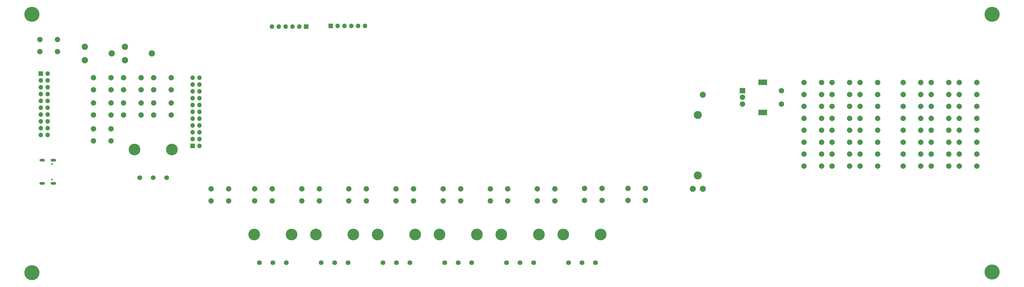
<source format=gbr>
%TF.GenerationSoftware,KiCad,Pcbnew,(5.1.10)-1*%
%TF.CreationDate,2021-10-29T18:14:56+02:00*%
%TF.ProjectId,xfm2-ui-board,78666d32-2d75-4692-9d62-6f6172642e6b,rev?*%
%TF.SameCoordinates,Original*%
%TF.FileFunction,Soldermask,Bot*%
%TF.FilePolarity,Negative*%
%FSLAX46Y46*%
G04 Gerber Fmt 4.6, Leading zero omitted, Abs format (unit mm)*
G04 Created by KiCad (PCBNEW (5.1.10)-1) date 2021-10-29 18:14:56*
%MOMM*%
%LPD*%
G01*
G04 APERTURE LIST*
%ADD10C,5.600000*%
%ADD11C,3.600000*%
%ADD12R,1.700000X1.700000*%
%ADD13O,1.700000X1.700000*%
%ADD14C,2.000000*%
%ADD15O,2.000000X1.000000*%
%ADD16O,2.100000X1.050000*%
%ADD17C,0.650000*%
%ADD18C,4.350000*%
%ADD19C,1.800000*%
%ADD20C,2.340000*%
%ADD21C,2.250000*%
%ADD22C,3.000000*%
%ADD23R,2.000000X2.000000*%
%ADD24R,3.200000X2.000000*%
G04 APERTURE END LIST*
D10*
%TO.C,REF\u002A\u002A*%
X11176000Y-133604000D03*
D11*
X11176000Y-133604000D03*
%TD*%
D10*
%TO.C,REF\u002A\u002A*%
X367792000Y-37338000D03*
D11*
X367792000Y-37338000D03*
%TD*%
D10*
%TO.C,REF\u002A\u002A*%
X367792000Y-133350000D03*
D11*
X367792000Y-133350000D03*
%TD*%
D10*
%TO.C,REF\u002A\u002A*%
X11176000Y-37338000D03*
D11*
X11176000Y-37338000D03*
%TD*%
D12*
%TO.C,J5*%
X113030000Y-41910000D03*
D13*
X110490000Y-41910000D03*
X107950000Y-41910000D03*
X105410000Y-41910000D03*
X102870000Y-41910000D03*
X100330000Y-41910000D03*
%TD*%
D14*
%TO.C,SW3*%
X187904378Y-102362000D03*
X187904378Y-106862000D03*
X181404378Y-102362000D03*
X181404378Y-106862000D03*
%TD*%
%TO.C,SW10*%
X198906187Y-106862000D03*
X198906187Y-102362000D03*
X205406187Y-106862000D03*
X205406187Y-102362000D03*
%TD*%
%TO.C,SW1*%
X14160500Y-51236000D03*
X14160500Y-46736000D03*
X20660500Y-51236000D03*
X20660500Y-46736000D03*
%TD*%
%TO.C,SW6*%
X341272000Y-62738000D03*
X341272000Y-67238000D03*
X334772000Y-62738000D03*
X334772000Y-67238000D03*
%TD*%
D12*
%TO.C,J2*%
X122174000Y-41656000D03*
D13*
X124714000Y-41656000D03*
X127254000Y-41656000D03*
X129794000Y-41656000D03*
X132334000Y-41656000D03*
X134874000Y-41656000D03*
%TD*%
D14*
%TO.C,SW9*%
X93895333Y-106862000D03*
X93895333Y-102362000D03*
X100395333Y-106862000D03*
X100395333Y-102362000D03*
%TD*%
D12*
%TO.C,J1*%
X14478000Y-59436000D03*
D13*
X17018000Y-59436000D03*
X14478000Y-61976000D03*
X17018000Y-61976000D03*
X14478000Y-64516000D03*
X17018000Y-64516000D03*
X14478000Y-67056000D03*
X17018000Y-67056000D03*
X14478000Y-69596000D03*
X17018000Y-69596000D03*
X14478000Y-72136000D03*
X17018000Y-72136000D03*
X14478000Y-74676000D03*
X17018000Y-74676000D03*
X14478000Y-77216000D03*
X17018000Y-77216000D03*
X14478000Y-79756000D03*
X17018000Y-79756000D03*
X14478000Y-82296000D03*
X17018000Y-82296000D03*
%TD*%
D15*
%TO.C,J4*%
X14986000Y-91692000D03*
X14986000Y-100332000D03*
D16*
X19166000Y-91692000D03*
X19166000Y-100332000D03*
D17*
X18666000Y-98902000D03*
X18666000Y-93122000D03*
%TD*%
D14*
%TO.C,SW8*%
X304442000Y-71628000D03*
X304442000Y-76128000D03*
X297942000Y-71628000D03*
X297942000Y-76128000D03*
%TD*%
%TO.C,SW4*%
X62888000Y-60960000D03*
X62888000Y-65460000D03*
X56388000Y-60960000D03*
X56388000Y-65460000D03*
%TD*%
D12*
%TO.C,J3*%
X70866000Y-86360000D03*
D13*
X73406000Y-86360000D03*
X70866000Y-83820000D03*
X73406000Y-83820000D03*
X70866000Y-81280000D03*
X73406000Y-81280000D03*
X70866000Y-78740000D03*
X73406000Y-78740000D03*
X70866000Y-76200000D03*
X73406000Y-76200000D03*
X70866000Y-73660000D03*
X73406000Y-73660000D03*
X70866000Y-71120000D03*
X73406000Y-71120000D03*
X70866000Y-68580000D03*
X73406000Y-68580000D03*
X70866000Y-66040000D03*
X73406000Y-66040000D03*
X70866000Y-63500000D03*
X73406000Y-63500000D03*
X70866000Y-60960000D03*
X73406000Y-60960000D03*
%TD*%
D14*
%TO.C,SW2*%
X84224000Y-102362000D03*
X84224000Y-106862000D03*
X77724000Y-102362000D03*
X77724000Y-106862000D03*
%TD*%
%TO.C,SW7*%
X314856000Y-80518000D03*
X314856000Y-85018000D03*
X308356000Y-80518000D03*
X308356000Y-85018000D03*
%TD*%
%TO.C,SW5*%
X341272000Y-80518000D03*
X341272000Y-85018000D03*
X334772000Y-80518000D03*
X334772000Y-85018000D03*
%TD*%
%TO.C,SW11*%
X34036000Y-74858000D03*
X34036000Y-70358000D03*
X40536000Y-74858000D03*
X40536000Y-70358000D03*
%TD*%
%TO.C,SW12*%
X345186000Y-85018000D03*
X345186000Y-80518000D03*
X351686000Y-85018000D03*
X351686000Y-80518000D03*
%TD*%
%TO.C,SW19*%
X362100000Y-80518000D03*
X362100000Y-85018000D03*
X355600000Y-80518000D03*
X355600000Y-85018000D03*
%TD*%
%TO.C,SW20*%
X362100000Y-62738000D03*
X362100000Y-67238000D03*
X355600000Y-62738000D03*
X355600000Y-67238000D03*
%TD*%
%TO.C,SW24*%
X232537000Y-106735000D03*
X232537000Y-102235000D03*
X239037000Y-106735000D03*
X239037000Y-102235000D03*
%TD*%
%TO.C,SW25*%
X62888000Y-70358000D03*
X62888000Y-74858000D03*
X56388000Y-70358000D03*
X56388000Y-74858000D03*
%TD*%
%TO.C,SW21*%
X304442000Y-62738000D03*
X304442000Y-67238000D03*
X297942000Y-62738000D03*
X297942000Y-67238000D03*
%TD*%
%TO.C,SW22*%
X304442000Y-89408000D03*
X304442000Y-93908000D03*
X297942000Y-89408000D03*
X297942000Y-93908000D03*
%TD*%
%TO.C,SW28*%
X308356000Y-67238000D03*
X308356000Y-62738000D03*
X314856000Y-67238000D03*
X314856000Y-62738000D03*
%TD*%
%TO.C,SW13*%
X308356000Y-93908000D03*
X308356000Y-89408000D03*
X314856000Y-93908000D03*
X314856000Y-89408000D03*
%TD*%
%TO.C,SW15*%
X308356000Y-76128000D03*
X308356000Y-71628000D03*
X314856000Y-76128000D03*
X314856000Y-71628000D03*
%TD*%
%TO.C,SW16*%
X117897142Y-102362000D03*
X117897142Y-106862000D03*
X111397142Y-102362000D03*
X111397142Y-106862000D03*
%TD*%
%TO.C,SW30*%
X318770000Y-93908000D03*
X318770000Y-89408000D03*
X325270000Y-93908000D03*
X325270000Y-89408000D03*
%TD*%
%TO.C,SW14*%
X345186000Y-67238000D03*
X345186000Y-62738000D03*
X351686000Y-67238000D03*
X351686000Y-62738000D03*
%TD*%
%TO.C,SW32*%
X345186000Y-93908000D03*
X345186000Y-89408000D03*
X351686000Y-93908000D03*
X351686000Y-89408000D03*
%TD*%
%TO.C,SW23*%
X135398951Y-102362000D03*
X135398951Y-106862000D03*
X128898951Y-102362000D03*
X128898951Y-106862000D03*
%TD*%
%TO.C,SW18*%
X45212000Y-74858000D03*
X45212000Y-70358000D03*
X51712000Y-74858000D03*
X51712000Y-70358000D03*
%TD*%
%TO.C,SW26*%
X334772000Y-93908000D03*
X334772000Y-89408000D03*
X341272000Y-93908000D03*
X341272000Y-89408000D03*
%TD*%
%TO.C,SW34*%
X351686000Y-71628000D03*
X351686000Y-76128000D03*
X345186000Y-71628000D03*
X345186000Y-76128000D03*
%TD*%
%TO.C,SW27*%
X334772000Y-76128000D03*
X334772000Y-71628000D03*
X341272000Y-76128000D03*
X341272000Y-71628000D03*
%TD*%
%TO.C,SW29*%
X152900760Y-102362000D03*
X152900760Y-106862000D03*
X146400760Y-102362000D03*
X146400760Y-106862000D03*
%TD*%
%TO.C,SW31*%
X34036000Y-84510000D03*
X34036000Y-80010000D03*
X40536000Y-84510000D03*
X40536000Y-80010000D03*
%TD*%
%TO.C,SW35*%
X304442000Y-80518000D03*
X304442000Y-85018000D03*
X297942000Y-80518000D03*
X297942000Y-85018000D03*
%TD*%
%TO.C,SW33*%
X163902569Y-106862000D03*
X163902569Y-102362000D03*
X170402569Y-106862000D03*
X170402569Y-102362000D03*
%TD*%
%TO.C,SW17*%
X222908000Y-102235000D03*
X222908000Y-106735000D03*
X216408000Y-102235000D03*
X216408000Y-106735000D03*
%TD*%
%TO.C,SW48*%
X318770000Y-76128000D03*
X318770000Y-71628000D03*
X325270000Y-76128000D03*
X325270000Y-71628000D03*
%TD*%
D18*
%TO.C,SW44*%
X222389000Y-119421000D03*
X208489000Y-119421000D03*
D19*
X220439000Y-129921000D03*
X215439000Y-129921000D03*
X210439000Y-129921000D03*
%TD*%
D20*
%TO.C,RV1*%
X30797500Y-54419500D03*
X40797500Y-51919500D03*
X30797500Y-49419500D03*
%TD*%
D19*
%TO.C,SW46*%
X51244500Y-98234500D03*
X56244500Y-98234500D03*
X61244500Y-98234500D03*
D18*
X49294500Y-87734500D03*
X63194500Y-87734500D03*
%TD*%
D20*
%TO.C,RV2*%
X45720000Y-49419500D03*
X55720000Y-51919500D03*
X45720000Y-54419500D03*
%TD*%
D14*
%TO.C,SW50*%
X45212000Y-65460000D03*
X45212000Y-60960000D03*
X51712000Y-65460000D03*
X51712000Y-60960000D03*
%TD*%
D21*
%TO.C,RV3*%
X260350000Y-102362000D03*
X256600000Y-102362000D03*
X260350000Y-67362000D03*
D22*
X258475000Y-97362000D03*
X258475000Y-74862000D03*
%TD*%
D18*
%TO.C,SW43*%
X130567800Y-119421000D03*
X116667800Y-119421000D03*
D19*
X128617800Y-129921000D03*
X123617800Y-129921000D03*
X118617800Y-129921000D03*
%TD*%
%TO.C,SW40*%
X95662501Y-129921000D03*
X100662501Y-129921000D03*
X105662501Y-129921000D03*
D18*
X93712501Y-119421000D03*
X107612501Y-119421000D03*
%TD*%
D19*
%TO.C,SW47*%
X164528398Y-129921000D03*
X169528398Y-129921000D03*
X174528398Y-129921000D03*
D18*
X162578398Y-119421000D03*
X176478398Y-119421000D03*
%TD*%
D14*
%TO.C,SW49*%
X40536000Y-60960000D03*
X40536000Y-65460000D03*
X34036000Y-60960000D03*
X34036000Y-65460000D03*
%TD*%
D23*
%TO.C,SW42*%
X275082000Y-65786000D03*
D14*
X275082000Y-68286000D03*
X275082000Y-70786000D03*
D24*
X282582000Y-62686000D03*
X282582000Y-73886000D03*
D14*
X289582000Y-65786000D03*
X289582000Y-70786000D03*
%TD*%
D19*
%TO.C,SW41*%
X187483697Y-129921000D03*
X192483697Y-129921000D03*
X197483697Y-129921000D03*
D18*
X185533697Y-119421000D03*
X199433697Y-119421000D03*
%TD*%
%TO.C,SW45*%
X153523099Y-119421000D03*
X139623099Y-119421000D03*
D19*
X151573099Y-129921000D03*
X146573099Y-129921000D03*
X141573099Y-129921000D03*
%TD*%
D14*
%TO.C,SW39*%
X318770000Y-85018000D03*
X318770000Y-80518000D03*
X325270000Y-85018000D03*
X325270000Y-80518000D03*
%TD*%
%TO.C,SW38*%
X355600000Y-93908000D03*
X355600000Y-89408000D03*
X362100000Y-93908000D03*
X362100000Y-89408000D03*
%TD*%
%TO.C,SW36*%
X325270000Y-62738000D03*
X325270000Y-67238000D03*
X318770000Y-62738000D03*
X318770000Y-67238000D03*
%TD*%
%TO.C,SW37*%
X355600000Y-76128000D03*
X355600000Y-71628000D03*
X362100000Y-76128000D03*
X362100000Y-71628000D03*
%TD*%
M02*

</source>
